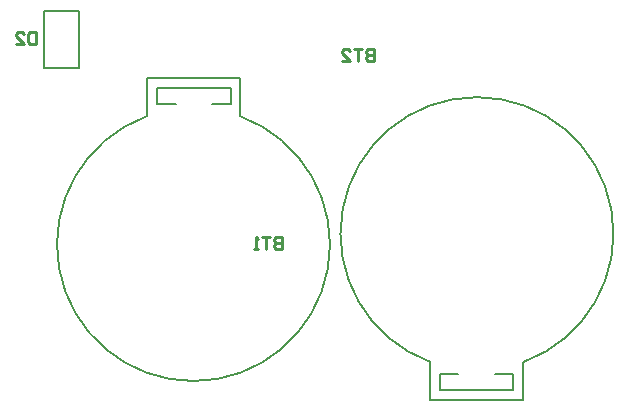
<source format=gbo>
G04*
G04 #@! TF.GenerationSoftware,Altium Limited,Altium Designer,19.0.15 (446)*
G04*
G04 Layer_Color=32896*
%FSTAX24Y24*%
%MOIN*%
G70*
G01*
G75*
%ADD12C,0.0100*%
%ADD15C,0.0079*%
%ADD17C,0.0070*%
D12*
X0289Y047094D02*
Y0467D01*
X028703D01*
X028638Y046766D01*
Y047028D01*
X028703Y047094D01*
X0289D01*
X028244Y0467D02*
X028506D01*
X028244Y046962D01*
Y047028D01*
X02831Y047094D01*
X028441D01*
X028506Y047028D01*
X04016Y046526D02*
Y046132D01*
X039963D01*
X039898Y046198D01*
Y046264D01*
X039963Y046329D01*
X04016D01*
X039963D01*
X039898Y046395D01*
Y04646D01*
X039963Y046526D01*
X04016D01*
X039766D02*
X039504D01*
X039635D01*
Y046132D01*
X03911D02*
X039373D01*
X03911Y046395D01*
Y04646D01*
X039176Y046526D01*
X039307D01*
X039373Y04646D01*
X0371Y040244D02*
Y03985D01*
X036903D01*
X036838Y039916D01*
Y039981D01*
X036903Y040047D01*
X0371D01*
X036903D01*
X036838Y040112D01*
Y040178D01*
X036903Y040244D01*
X0371D01*
X036706D02*
X036444D01*
X036575D01*
Y03985D01*
X036313D02*
X036182D01*
X036247D01*
Y040244D01*
X036313Y040178D01*
D15*
X029154Y04778D02*
X030339D01*
X029154Y045873D02*
Y04778D01*
Y045873D02*
X030339D01*
Y04778D01*
D17*
X045161Y036089D02*
G03*
X04203Y036092I-001561J004274D01*
G01*
X032589Y044274D02*
G03*
X03572Y044271I001561J-004274D01*
G01*
X04236Y035682D02*
X04297D01*
X04236Y035152D02*
Y035682D01*
Y035152D02*
X04481D01*
Y035672D01*
X04419D02*
X04481D01*
X04515Y034812D02*
Y036076D01*
X04205Y034812D02*
X04515D01*
X04205D02*
Y036092D01*
X03478Y04468D02*
X03539D01*
Y04521D01*
X03294D02*
X03539D01*
X03294Y04469D02*
Y04521D01*
Y04469D02*
X03356D01*
X0326Y044287D02*
Y04555D01*
X0357D01*
Y044271D02*
Y04555D01*
M02*

</source>
